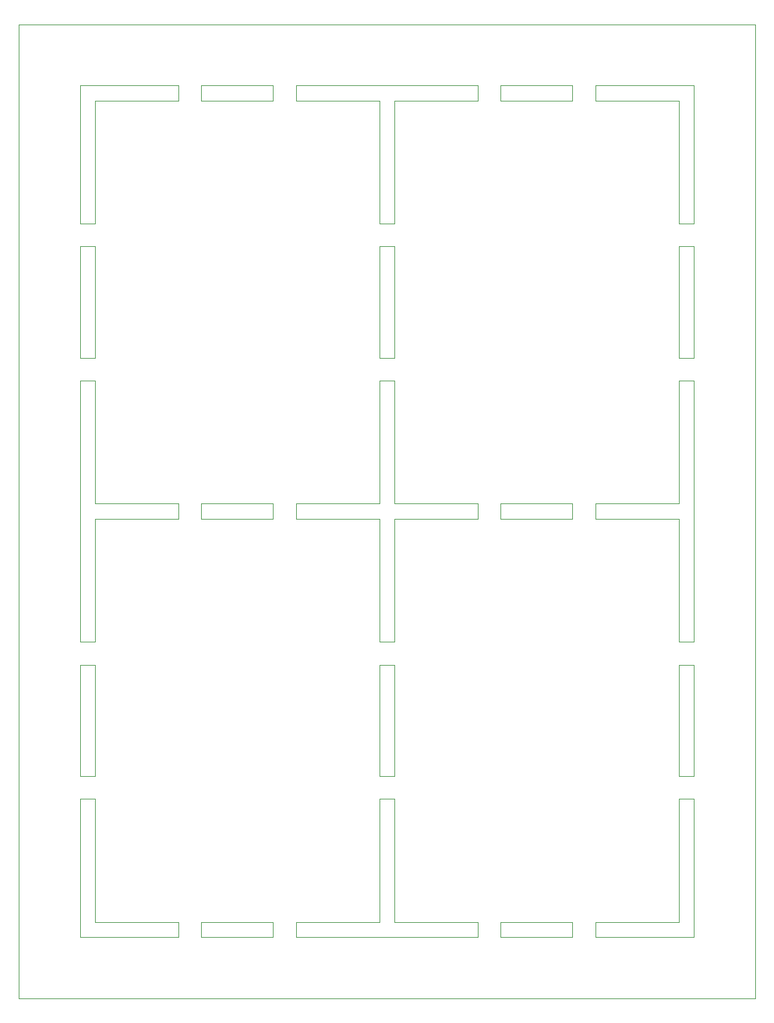
<source format=gbr>
%TF.GenerationSoftware,KiCad,Pcbnew,9.0.1*%
%TF.CreationDate,2025-06-04T09:15:00-05:00*%
%TF.ProjectId,Top_layer_Panel,546f705f-6c61-4796-9572-5f50616e656c,rev?*%
%TF.SameCoordinates,PX5fa74e0PY8cc3280*%
%TF.FileFunction,Profile,NP*%
%FSLAX46Y46*%
G04 Gerber Fmt 4.6, Leading zero omitted, Abs format (unit mm)*
G04 Created by KiCad (PCBNEW 9.0.1) date 2025-06-04 09:15:00*
%MOMM*%
%LPD*%
G01*
G04 APERTURE LIST*
%TA.AperFunction,Profile*%
%ADD10C,0.100000*%
%TD*%
G04 APERTURE END LIST*
D10*
X47200000Y83900000D02*
X47200000Y98500000D01*
X47200000Y80900000D02*
X48199000Y80900000D01*
X72500000Y62800000D02*
X63100000Y62800000D01*
X48199000Y101500000D02*
X47200000Y101500000D01*
X47200000Y10000000D02*
X47200000Y26100000D01*
X33300000Y64800000D02*
X33300000Y63801000D01*
X48199000Y83900000D02*
X47200000Y83900000D01*
X88400000Y29100000D02*
X86400000Y29100000D01*
X48201000Y83900000D02*
X48199000Y83900000D01*
X86400000Y29100000D02*
X86400000Y43700000D01*
X10000000Y62800000D02*
X10000000Y46700000D01*
X36300000Y63801000D02*
X36300000Y64800000D01*
X49200000Y98500000D02*
X49200000Y83900000D01*
X75500000Y62800000D02*
X75500000Y63799000D01*
X33300000Y119600000D02*
X33300000Y117600000D01*
X36300000Y119600000D02*
X60100000Y119600000D01*
X60100000Y64800000D02*
X60100000Y63801000D01*
X49200000Y46700000D02*
X48201000Y46700000D01*
X20900000Y119600000D02*
X20900000Y117600000D01*
X36300000Y62800000D02*
X36300000Y63799000D01*
X60100000Y10000000D02*
X60100000Y8000000D01*
X10000000Y46700000D02*
X8000000Y46700000D01*
X75500000Y117600000D02*
X75500000Y119600000D01*
X63100000Y8000000D02*
X63100000Y10000000D01*
X23900000Y63799000D02*
X23900000Y63801000D01*
X23900000Y119600000D02*
X33300000Y119600000D01*
X75500000Y10000000D02*
X86400000Y10000000D01*
X8000000Y101500000D02*
X8000000Y119600000D01*
X72500000Y10000000D02*
X72500000Y8000000D01*
X86400000Y62800000D02*
X75500000Y62800000D01*
X23900000Y10000000D02*
X33300000Y10000000D01*
X48199000Y29100000D02*
X47200000Y29100000D01*
X10000000Y80900000D02*
X10000000Y64800000D01*
X47200000Y29100000D02*
X47200000Y43700000D01*
X88400000Y98500000D02*
X88400000Y83900000D01*
X23900000Y117600000D02*
X23900000Y119600000D01*
X48201000Y46700000D02*
X48199000Y46700000D01*
X86400000Y64800000D02*
X86400000Y80900000D01*
X0Y0D02*
X96400000Y0D01*
X60100000Y63801000D02*
X60100000Y63799000D01*
X63100000Y117600000D02*
X63100000Y119600000D01*
X10000000Y29100000D02*
X8000000Y29100000D01*
X33300000Y62800000D02*
X23900000Y62800000D01*
X86400000Y83900000D02*
X86400000Y98500000D01*
X33300000Y63799000D02*
X33300000Y62800000D01*
X49200000Y83900000D02*
X48201000Y83900000D01*
X86400000Y80900000D02*
X88400000Y80900000D01*
X75500000Y63799000D02*
X75500000Y63801000D01*
X86400000Y98500000D02*
X88400000Y98500000D01*
X86400000Y43700000D02*
X88400000Y43700000D01*
X49200000Y117600000D02*
X49200000Y101500000D01*
X72500000Y64800000D02*
X72500000Y63801000D01*
X20900000Y63801000D02*
X20900000Y63799000D01*
X33300000Y63801000D02*
X33300000Y63799000D01*
X88400000Y119600000D02*
X88400000Y101500000D01*
X63100000Y119600000D02*
X72500000Y119600000D01*
X48199000Y46700000D02*
X47200000Y46700000D01*
X86400000Y117600000D02*
X75500000Y117600000D01*
X63100000Y63801000D02*
X63100000Y64800000D01*
X48201000Y98500000D02*
X49200000Y98500000D01*
X20900000Y117600000D02*
X10000000Y117600000D01*
X60100000Y119600000D02*
X60100000Y117600000D01*
X47200000Y101500000D02*
X47200000Y117600000D01*
X10000000Y117600000D02*
X10000000Y101500000D01*
X23900000Y8000000D02*
X23900000Y10000000D01*
X10000000Y83900000D02*
X8000000Y83900000D01*
X20900000Y62800000D02*
X10000000Y62800000D01*
X10000000Y98500000D02*
X10000000Y83900000D01*
X88400000Y43700000D02*
X88400000Y29100000D01*
X48201000Y29100000D02*
X48199000Y29100000D01*
X8000000Y29100000D02*
X8000000Y43700000D01*
X47200000Y64800000D02*
X47200000Y80900000D01*
X8000000Y119600000D02*
X20900000Y119600000D01*
X60100000Y8000000D02*
X36300000Y8000000D01*
X72500000Y117600000D02*
X63100000Y117600000D01*
X72500000Y63799000D02*
X72500000Y62800000D01*
X8000000Y26100000D02*
X10000000Y26100000D01*
X88400000Y101500000D02*
X86400000Y101500000D01*
X63100000Y62800000D02*
X63100000Y63799000D01*
X88400000Y83900000D02*
X86400000Y83900000D01*
X49200000Y26100000D02*
X49200000Y10000000D01*
X86400000Y46700000D02*
X86400000Y62800000D01*
X20900000Y8000000D02*
X8000000Y8000000D01*
X60100000Y62800000D02*
X49200000Y62800000D01*
X23900000Y63801000D02*
X23900000Y64800000D01*
X47200000Y43700000D02*
X48199000Y43700000D01*
X49200000Y80900000D02*
X49200000Y64800000D01*
X33300000Y117600000D02*
X23900000Y117600000D01*
X8000000Y46700000D02*
X8000000Y80900000D01*
X10000000Y101500000D02*
X8000000Y101500000D01*
X47200000Y26100000D02*
X48199000Y26100000D01*
X36300000Y63799000D02*
X36300000Y63801000D01*
X48201000Y43700000D02*
X49200000Y43700000D01*
X8000000Y83900000D02*
X8000000Y98500000D01*
X0Y127600000D02*
X0Y0D01*
X63100000Y10000000D02*
X72500000Y10000000D01*
X63100000Y64800000D02*
X72500000Y64800000D01*
X20900000Y10000000D02*
X20900000Y8000000D01*
X49200000Y43700000D02*
X49200000Y29100000D01*
X49200000Y101500000D02*
X48201000Y101500000D01*
X49200000Y64800000D02*
X60100000Y64800000D01*
X86400000Y101500000D02*
X86400000Y117600000D01*
X48201000Y80900000D02*
X49200000Y80900000D01*
X47200000Y62800000D02*
X36300000Y62800000D01*
X88400000Y46700000D02*
X86400000Y46700000D01*
X23900000Y64800000D02*
X33300000Y64800000D01*
X33300000Y8000000D02*
X23900000Y8000000D01*
X49200000Y29100000D02*
X48201000Y29100000D01*
X36300000Y117600000D02*
X36300000Y119600000D01*
X47200000Y98500000D02*
X48199000Y98500000D01*
X10000000Y10000000D02*
X20900000Y10000000D01*
X8000000Y8000000D02*
X8000000Y26100000D01*
X48199000Y26100000D02*
X48201000Y26100000D01*
X75500000Y64800000D02*
X86400000Y64800000D01*
X48199000Y43700000D02*
X48201000Y43700000D01*
X36300000Y8000000D02*
X36300000Y10000000D01*
X10000000Y26100000D02*
X10000000Y10000000D01*
X72500000Y63801000D02*
X72500000Y63799000D01*
X36300000Y64800000D02*
X47200000Y64800000D01*
X88400000Y26100000D02*
X88400000Y8000000D01*
X96400000Y0D02*
X96400000Y127600000D01*
X10000000Y43700000D02*
X10000000Y29100000D01*
X86400000Y26100000D02*
X88400000Y26100000D01*
X8000000Y98500000D02*
X10000000Y98500000D01*
X49200000Y10000000D02*
X60100000Y10000000D01*
X60100000Y117600000D02*
X49200000Y117600000D01*
X48201000Y26100000D02*
X49200000Y26100000D01*
X72500000Y8000000D02*
X63100000Y8000000D01*
X75500000Y63801000D02*
X75500000Y64800000D01*
X63100000Y63799000D02*
X63100000Y63801000D01*
X33300000Y10000000D02*
X33300000Y8000000D01*
X86400000Y10000000D02*
X86400000Y26100000D01*
X88400000Y80900000D02*
X88400000Y46700000D01*
X60100000Y63799000D02*
X60100000Y62800000D01*
X36300000Y10000000D02*
X47200000Y10000000D01*
X20900000Y64800000D02*
X20900000Y63801000D01*
X20900000Y63799000D02*
X20900000Y62800000D01*
X75500000Y119600000D02*
X88400000Y119600000D01*
X48199000Y98500000D02*
X48201000Y98500000D01*
X48201000Y101500000D02*
X48199000Y101500000D01*
X88400000Y8000000D02*
X75500000Y8000000D01*
X96400000Y127600000D02*
X0Y127600000D01*
X48199000Y80900000D02*
X48201000Y80900000D01*
X10000000Y64800000D02*
X20900000Y64800000D01*
X49200000Y62800000D02*
X49200000Y46700000D01*
X47200000Y46700000D02*
X47200000Y62800000D01*
X8000000Y43700000D02*
X10000000Y43700000D01*
X75500000Y8000000D02*
X75500000Y10000000D01*
X47200000Y117600000D02*
X36300000Y117600000D01*
X23900000Y62800000D02*
X23900000Y63799000D01*
X8000000Y80900000D02*
X10000000Y80900000D01*
X72500000Y119600000D02*
X72500000Y117600000D01*
M02*

</source>
